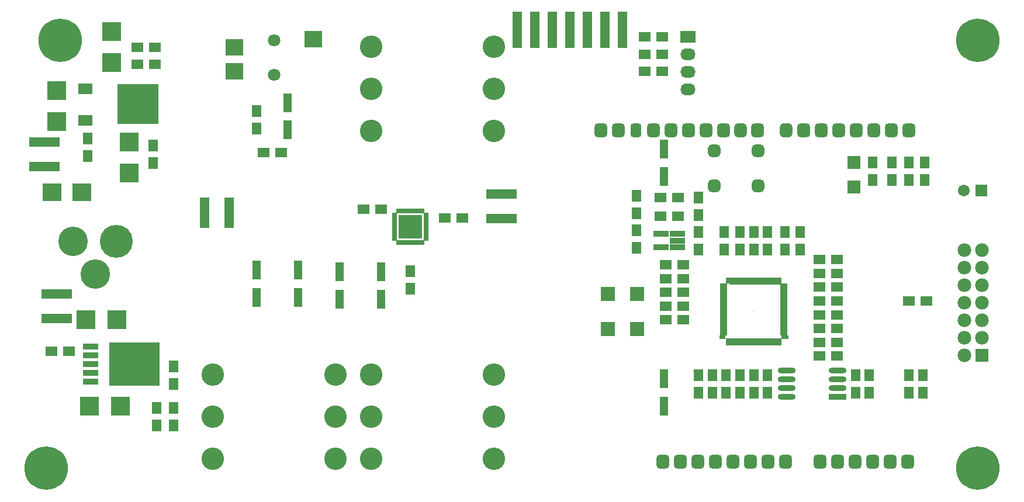
<source format=gts>
G04 Layer_Color=8388736*
%FSLAX24Y24*%
%MOIN*%
G70*
G01*
G75*
%ADD73R,0.0580X0.0680*%
%ADD74R,0.0530X0.1780*%
%ADD75R,0.0680X0.0580*%
%ADD76R,0.1020X0.0330*%
%ADD77O,0.1020X0.0330*%
%ADD78R,0.0480X0.1080*%
%ADD79R,0.0790X0.0790*%
%ADD80R,0.0210X0.0415*%
%ADD81R,0.0415X0.0210*%
%ADD82R,0.0210X0.0376*%
%ADD83R,0.0376X0.0210*%
%ADD84R,0.0010X0.0010*%
%ADD85R,0.0730X0.0730*%
%ADD86R,0.0880X0.0330*%
%ADD87R,0.0580X0.2080*%
%ADD88R,0.1025X0.0966*%
%ADD89R,0.1064X0.1064*%
%ADD90R,0.2380X0.2280*%
%ADD91R,0.0800X0.0640*%
%ADD92R,0.1064X0.0985*%
%ADD93R,0.1780X0.0530*%
%ADD94R,0.1064X0.1064*%
%ADD95R,0.2880X0.2480*%
%ADD96R,0.0880X0.0380*%
%ADD97R,0.0277X0.0198*%
%ADD98R,0.0316X0.0198*%
%ADD99R,0.0198X0.0277*%
%ADD100R,0.0198X0.0316*%
%ADD101R,0.1340X0.1340*%
G04:AMPARAMS|DCode=102|XSize=74.9mil|YSize=78.9mil|CornerRadius=20.7mil|HoleSize=0mil|Usage=FLASHONLY|Rotation=0.000|XOffset=0mil|YOffset=0mil|HoleType=Round|Shape=RoundedRectangle|*
%AMROUNDEDRECTD102*
21,1,0.0749,0.0374,0,0,0.0*
21,1,0.0335,0.0789,0,0,0.0*
1,1,0.0415,0.0167,-0.0187*
1,1,0.0415,-0.0167,-0.0187*
1,1,0.0415,-0.0167,0.0187*
1,1,0.0415,0.0167,0.0187*
%
%ADD102ROUNDEDRECTD102*%
G04:AMPARAMS|DCode=103|XSize=63.1mil|YSize=78.9mil|CornerRadius=17.8mil|HoleSize=0mil|Usage=FLASHONLY|Rotation=0.000|XOffset=0mil|YOffset=0mil|HoleType=Round|Shape=RoundedRectangle|*
%AMROUNDEDRECTD103*
21,1,0.0631,0.0433,0,0,0.0*
21,1,0.0276,0.0789,0,0,0.0*
1,1,0.0356,0.0138,-0.0217*
1,1,0.0356,-0.0138,-0.0217*
1,1,0.0356,-0.0138,0.0217*
1,1,0.0356,0.0138,0.0217*
%
%ADD103ROUNDEDRECTD103*%
G04:AMPARAMS|DCode=104|XSize=71mil|YSize=78.9mil|CornerRadius=19.7mil|HoleSize=0mil|Usage=FLASHONLY|Rotation=0.000|XOffset=0mil|YOffset=0mil|HoleType=Round|Shape=RoundedRectangle|*
%AMROUNDEDRECTD104*
21,1,0.0710,0.0394,0,0,0.0*
21,1,0.0315,0.0789,0,0,0.0*
1,1,0.0395,0.0157,-0.0197*
1,1,0.0395,-0.0157,-0.0197*
1,1,0.0395,-0.0157,0.0197*
1,1,0.0395,0.0157,0.0197*
%
%ADD104ROUNDEDRECTD104*%
%ADD105C,0.2480*%
%ADD106C,0.0780*%
%ADD107R,0.0780X0.0780*%
%ADD108R,0.0671X0.0671*%
%ADD109C,0.0671*%
G04:AMPARAMS|DCode=110|XSize=71mil|YSize=71mil|CornerRadius=19.7mil|HoleSize=0mil|Usage=FLASHONLY|Rotation=0.000|XOffset=0mil|YOffset=0mil|HoleType=Round|Shape=RoundedRectangle|*
%AMROUNDEDRECTD110*
21,1,0.0710,0.0315,0,0,0.0*
21,1,0.0315,0.0710,0,0,0.0*
1,1,0.0395,0.0157,-0.0157*
1,1,0.0395,-0.0157,-0.0157*
1,1,0.0395,-0.0157,0.0157*
1,1,0.0395,0.0157,0.0157*
%
%ADD110ROUNDEDRECTD110*%
%ADD111O,0.0867X0.0671*%
%ADD112R,0.0867X0.0671*%
%ADD113C,0.1280*%
%ADD114C,0.0710*%
%ADD115C,0.1680*%
%ADD116C,0.1880*%
G36*
X151890Y82343D02*
X151693D01*
X151693Y82421D01*
X151890D01*
Y82343D01*
D02*
G37*
G36*
X150079Y82343D02*
X149882D01*
Y82421D01*
X150079D01*
X150079Y82343D01*
D02*
G37*
G36*
X151890Y82146D02*
X151713Y82146D01*
X151693Y82165D01*
Y82224D01*
X151890D01*
Y82146D01*
D02*
G37*
G36*
X150079Y82165D02*
X150059Y82146D01*
X149882D01*
Y82224D01*
X150079D01*
X150079Y82165D01*
D02*
G37*
G36*
X150079Y82539D02*
X149882D01*
X149882Y82618D01*
X150079D01*
X150079Y82539D01*
D02*
G37*
G36*
Y82736D02*
X149882D01*
Y82815D01*
X150079D01*
Y82736D01*
D02*
G37*
G36*
X151348Y83396D02*
X151407Y83337D01*
Y82352D01*
X150364D01*
X150364Y83396D01*
X151348Y83396D01*
D02*
G37*
G36*
X151890Y82618D02*
Y82539D01*
X151693D01*
X151693Y82618D01*
X151890Y82618D01*
D02*
G37*
G36*
X150630Y81870D02*
X150551D01*
Y82067D01*
X150630D01*
Y81870D01*
D02*
G37*
G36*
X150827D02*
X150748D01*
X150748Y82067D01*
X150827D01*
Y81870D01*
D02*
G37*
G36*
X150236D02*
X150157D01*
X150157Y82047D01*
X150177Y82067D01*
X150236D01*
Y81870D01*
D02*
G37*
G36*
X150433D02*
X150354D01*
Y82067D01*
X150433D01*
Y81870D01*
D02*
G37*
G36*
X151417D02*
X151339D01*
X151339Y82067D01*
X151417Y82067D01*
Y81870D01*
D02*
G37*
G36*
X151614Y82047D02*
Y81870D01*
X151535D01*
Y82067D01*
X151594D01*
X151614Y82047D01*
D02*
G37*
G36*
X151024Y81870D02*
X150945D01*
Y82067D01*
X151024D01*
Y81870D01*
D02*
G37*
G36*
X151220D02*
X151142D01*
X151142Y82067D01*
X151220Y82067D01*
X151220Y81870D01*
D02*
G37*
G36*
X151890Y82736D02*
X151693D01*
Y82815D01*
X151890D01*
Y82736D01*
D02*
G37*
G36*
X150630Y83681D02*
X150551D01*
X150551Y83878D01*
X150630D01*
Y83681D01*
D02*
G37*
G36*
X150827D02*
X150748D01*
Y83878D01*
X150827D01*
Y83681D01*
D02*
G37*
G36*
X150236D02*
X150177D01*
X150157Y83701D01*
X150157Y83878D01*
X150236D01*
Y83681D01*
D02*
G37*
G36*
X150433D02*
X150354D01*
Y83878D01*
X150433D01*
X150433Y83681D01*
D02*
G37*
G36*
X151417D02*
X151339D01*
X151339Y83878D01*
X151417D01*
Y83681D01*
D02*
G37*
G36*
X151614Y83701D02*
X151594Y83681D01*
X151535D01*
Y83878D01*
X151614D01*
Y83701D01*
D02*
G37*
G36*
X151024Y83681D02*
X150945D01*
Y83878D01*
X151024D01*
Y83681D01*
D02*
G37*
G36*
X151220D02*
X151142D01*
X151142Y83878D01*
X151220D01*
Y83681D01*
D02*
G37*
G36*
X150079Y83209D02*
X150079Y83130D01*
X149882D01*
X149882Y83209D01*
X150079Y83209D01*
D02*
G37*
G36*
X151890Y83130D02*
X151693D01*
Y83209D01*
X151890D01*
Y83130D01*
D02*
G37*
G36*
X150079Y82933D02*
X149882D01*
Y83012D01*
X150079D01*
Y82933D01*
D02*
G37*
G36*
X151890D02*
X151693D01*
Y83012D01*
X151890D01*
Y82933D01*
D02*
G37*
G36*
X150079Y83583D02*
X150079Y83524D01*
X149882D01*
Y83602D01*
X150059D01*
X150079Y83583D01*
D02*
G37*
G36*
X151890Y83524D02*
X151693D01*
Y83583D01*
X151713Y83602D01*
X151890Y83602D01*
Y83524D01*
D02*
G37*
G36*
X150079Y83327D02*
X149882Y83327D01*
Y83406D01*
X150079Y83406D01*
X150079Y83327D01*
D02*
G37*
G36*
X151890D02*
X151693D01*
Y83406D01*
X151890D01*
Y83327D01*
D02*
G37*
D73*
X136220Y87508D02*
D03*
Y86508D02*
D03*
X150886Y80323D02*
D03*
Y79323D02*
D03*
X180118Y74417D02*
D03*
Y73417D02*
D03*
X179331Y74417D02*
D03*
Y73417D02*
D03*
X177067D02*
D03*
Y74417D02*
D03*
X176280Y73417D02*
D03*
Y74417D02*
D03*
X171260Y73417D02*
D03*
Y74417D02*
D03*
X170472Y73417D02*
D03*
Y74417D02*
D03*
X169685Y74417D02*
D03*
Y73417D02*
D03*
X168898Y73417D02*
D03*
Y74417D02*
D03*
X168110Y73417D02*
D03*
Y74417D02*
D03*
X167323Y73417D02*
D03*
Y74417D02*
D03*
X168799Y82587D02*
D03*
Y81587D02*
D03*
X169685Y81587D02*
D03*
Y82587D02*
D03*
X170472Y81587D02*
D03*
Y82587D02*
D03*
X171260Y82587D02*
D03*
Y81587D02*
D03*
X172244Y81587D02*
D03*
Y82587D02*
D03*
X173130Y81587D02*
D03*
Y82587D02*
D03*
X180217Y85524D02*
D03*
Y86524D02*
D03*
X179331D02*
D03*
Y85524D02*
D03*
X178346Y86524D02*
D03*
Y85524D02*
D03*
X177264D02*
D03*
Y86524D02*
D03*
X167323Y81587D02*
D03*
Y82587D02*
D03*
Y83555D02*
D03*
Y84555D02*
D03*
X163780Y82685D02*
D03*
Y81685D02*
D03*
Y83654D02*
D03*
Y84654D02*
D03*
X142126Y89476D02*
D03*
Y88476D02*
D03*
X132480Y87902D02*
D03*
Y86902D02*
D03*
X137402Y72547D02*
D03*
Y71547D02*
D03*
X136417Y71547D02*
D03*
Y72547D02*
D03*
X137402Y74909D02*
D03*
Y73909D02*
D03*
D74*
X140562Y83661D02*
D03*
X139162D02*
D03*
D75*
X179323Y78642D02*
D03*
X180323D02*
D03*
X165445Y77559D02*
D03*
X166445D02*
D03*
Y78346D02*
D03*
X165445D02*
D03*
X166445Y79134D02*
D03*
X165445D02*
D03*
X166445Y79921D02*
D03*
X165445D02*
D03*
X166445Y80709D02*
D03*
X165445D02*
D03*
X175205Y75492D02*
D03*
X174205Y75492D02*
D03*
X175205Y76280D02*
D03*
X174205D02*
D03*
X175205Y77067D02*
D03*
X174205D02*
D03*
X175205Y77854D02*
D03*
X174205D02*
D03*
X175205Y78642D02*
D03*
X174205D02*
D03*
X175205Y79429D02*
D03*
X174205Y79429D02*
D03*
X175205Y80217D02*
D03*
X174205D02*
D03*
X175205Y81004D02*
D03*
X174205D02*
D03*
X166150Y83465D02*
D03*
X165150D02*
D03*
X166150Y84547D02*
D03*
X165150D02*
D03*
X165264Y91732D02*
D03*
X164264D02*
D03*
X165264Y92717D02*
D03*
X164264D02*
D03*
X165264Y93701D02*
D03*
X164264D02*
D03*
X142512Y87106D02*
D03*
X143512D02*
D03*
X135327Y92126D02*
D03*
X136327D02*
D03*
Y93110D02*
D03*
X135327D02*
D03*
X131406Y75787D02*
D03*
X130406D02*
D03*
X148220Y83858D02*
D03*
X149220Y83858D02*
D03*
X152846Y83366D02*
D03*
X153846D02*
D03*
D76*
X175269Y73167D02*
D03*
D77*
Y73667D02*
D03*
Y74167D02*
D03*
Y74667D02*
D03*
X172369D02*
D03*
Y74167D02*
D03*
Y73667D02*
D03*
Y73167D02*
D03*
D78*
X165354Y74200D02*
D03*
Y72650D02*
D03*
Y87291D02*
D03*
Y85741D02*
D03*
X143898Y88398D02*
D03*
Y89948D02*
D03*
X142126Y78851D02*
D03*
Y80401D02*
D03*
X144488Y78851D02*
D03*
Y80401D02*
D03*
X146850Y80303D02*
D03*
Y78753D02*
D03*
X149213Y80303D02*
D03*
Y78753D02*
D03*
D79*
X162167Y79051D02*
D03*
Y77051D02*
D03*
X163817D02*
D03*
Y79051D02*
D03*
D80*
X168996Y76321D02*
D03*
X169193D02*
D03*
X169390D02*
D03*
X169587D02*
D03*
X169783D02*
D03*
X169980D02*
D03*
X170177D02*
D03*
X170374D02*
D03*
X170571D02*
D03*
X170768D02*
D03*
X170965D02*
D03*
X171161D02*
D03*
X171358D02*
D03*
X171555D02*
D03*
X171752D02*
D03*
X171949D02*
D03*
Y79781D02*
D03*
X171752D02*
D03*
X171555D02*
D03*
X171358D02*
D03*
X171161D02*
D03*
X170965D02*
D03*
X170768D02*
D03*
X170571D02*
D03*
X170374D02*
D03*
X170177D02*
D03*
X169980D02*
D03*
X169783D02*
D03*
X169587D02*
D03*
X169390D02*
D03*
X169193D02*
D03*
D81*
X172244Y76575D02*
D03*
X172202Y76772D02*
D03*
Y76968D02*
D03*
Y77165D02*
D03*
Y77362D02*
D03*
Y77559D02*
D03*
Y77756D02*
D03*
Y77953D02*
D03*
Y78150D02*
D03*
Y78346D02*
D03*
Y78543D02*
D03*
Y78740D02*
D03*
Y78937D02*
D03*
Y79134D02*
D03*
Y79331D02*
D03*
Y79528D02*
D03*
X168742D02*
D03*
Y79331D02*
D03*
Y79134D02*
D03*
Y78937D02*
D03*
Y78740D02*
D03*
Y78543D02*
D03*
Y78346D02*
D03*
Y78150D02*
D03*
Y77953D02*
D03*
Y77756D02*
D03*
Y77559D02*
D03*
Y77362D02*
D03*
Y77165D02*
D03*
Y76968D02*
D03*
Y76772D02*
D03*
D82*
X168996Y79803D02*
D03*
D83*
X168701Y76575D02*
D03*
D84*
X170472Y78051D02*
D03*
D85*
X176181Y86527D02*
D03*
Y85127D02*
D03*
D86*
X166125Y81713D02*
D03*
Y82087D02*
D03*
Y82461D02*
D03*
X165175D02*
D03*
Y81713D02*
D03*
D87*
X162992Y94094D02*
D03*
X161992D02*
D03*
X160992D02*
D03*
X159992D02*
D03*
X158992D02*
D03*
X157992D02*
D03*
X156992D02*
D03*
D88*
X145354Y93583D02*
D03*
X140866Y91732D02*
D03*
Y93110D02*
D03*
D89*
X133858Y93990D02*
D03*
Y92230D02*
D03*
X130709Y90644D02*
D03*
Y88884D02*
D03*
X134843Y85931D02*
D03*
Y87691D02*
D03*
D90*
X135348Y89861D02*
D03*
D91*
X132368Y88941D02*
D03*
Y90741D02*
D03*
D92*
X132149Y84853D02*
D03*
X130449Y84833D02*
D03*
D93*
X130020Y87708D02*
D03*
Y86308D02*
D03*
X130709Y77646D02*
D03*
Y79046D02*
D03*
X156102Y83355D02*
D03*
Y84755D02*
D03*
D94*
X134148Y77559D02*
D03*
X132388D02*
D03*
X134345Y72638D02*
D03*
X132585D02*
D03*
D95*
X135149Y75050D02*
D03*
D96*
X132649Y74050D02*
D03*
Y74550D02*
D03*
Y75550D02*
D03*
Y76050D02*
D03*
Y75050D02*
D03*
D97*
X151791Y83563D02*
D03*
Y82185D02*
D03*
X149980Y82185D02*
D03*
D98*
X151791Y83366D02*
D03*
Y83169D02*
D03*
Y82972D02*
D03*
Y82776D02*
D03*
Y82579D02*
D03*
Y82382D02*
D03*
X149980Y82382D02*
D03*
Y82579D02*
D03*
X149980Y82776D02*
D03*
Y82972D02*
D03*
X149980Y83169D02*
D03*
Y83366D02*
D03*
Y83563D02*
D03*
D99*
X151575Y81968D02*
D03*
X150197D02*
D03*
X151575Y83780D02*
D03*
D100*
X151378Y81968D02*
D03*
X151181D02*
D03*
X150984D02*
D03*
X150787D02*
D03*
X150591D02*
D03*
X150394D02*
D03*
X150197Y83780D02*
D03*
X150394D02*
D03*
X150591D02*
D03*
X150787D02*
D03*
X150984D02*
D03*
X151181D02*
D03*
X151378D02*
D03*
D101*
X150886Y82874D02*
D03*
D102*
X165741Y88384D02*
D03*
X164741D02*
D03*
X162741D02*
D03*
X161741D02*
D03*
X166741D02*
D03*
X167741D02*
D03*
X168741D02*
D03*
X170698D02*
D03*
X172284Y69486D02*
D03*
X171284D02*
D03*
X170284D02*
D03*
X169284D02*
D03*
X168284D02*
D03*
X167284D02*
D03*
X166284D02*
D03*
X165284D02*
D03*
X174261D02*
D03*
X175261D02*
D03*
X176261D02*
D03*
X177261D02*
D03*
X178261D02*
D03*
X179261D02*
D03*
X179316Y88384D02*
D03*
X178316D02*
D03*
X177316D02*
D03*
X176316D02*
D03*
X175316D02*
D03*
X174316D02*
D03*
X173316D02*
D03*
D103*
X163741D02*
D03*
D104*
X169713D02*
D03*
X172316D02*
D03*
D105*
X130906Y93504D02*
D03*
X183268Y69094D02*
D03*
X130118D02*
D03*
X183268Y93504D02*
D03*
D106*
X182472Y81543D02*
D03*
X183472D02*
D03*
X182472Y80543D02*
D03*
X183472D02*
D03*
X182472Y79543D02*
D03*
X183472D02*
D03*
X182472Y78543D02*
D03*
X183472D02*
D03*
X182472Y77543D02*
D03*
X183472D02*
D03*
X182472Y76543D02*
D03*
X183472D02*
D03*
X182472Y75543D02*
D03*
D107*
X183472D02*
D03*
D108*
X183465Y84941D02*
D03*
D109*
X182465D02*
D03*
D110*
X168209Y85205D02*
D03*
X170709Y87205D02*
D03*
X168209D02*
D03*
X170709Y85205D02*
D03*
D111*
X166732Y90701D02*
D03*
Y91701D02*
D03*
Y92701D02*
D03*
D112*
Y93701D02*
D03*
D113*
X148665Y88348D02*
D03*
Y90748D02*
D03*
Y93148D02*
D03*
X155665Y88348D02*
D03*
Y90748D02*
D03*
Y93148D02*
D03*
X146610Y74447D02*
D03*
Y72047D02*
D03*
Y69647D02*
D03*
X139610Y74447D02*
D03*
Y72047D02*
D03*
Y69647D02*
D03*
X155665Y74447D02*
D03*
Y72047D02*
D03*
Y69647D02*
D03*
X148665Y74447D02*
D03*
Y72047D02*
D03*
Y69647D02*
D03*
D114*
X143110Y93504D02*
D03*
Y91535D02*
D03*
D115*
X131644Y82047D02*
D03*
X132924Y80157D02*
D03*
D116*
X134104Y82047D02*
D03*
M02*

</source>
